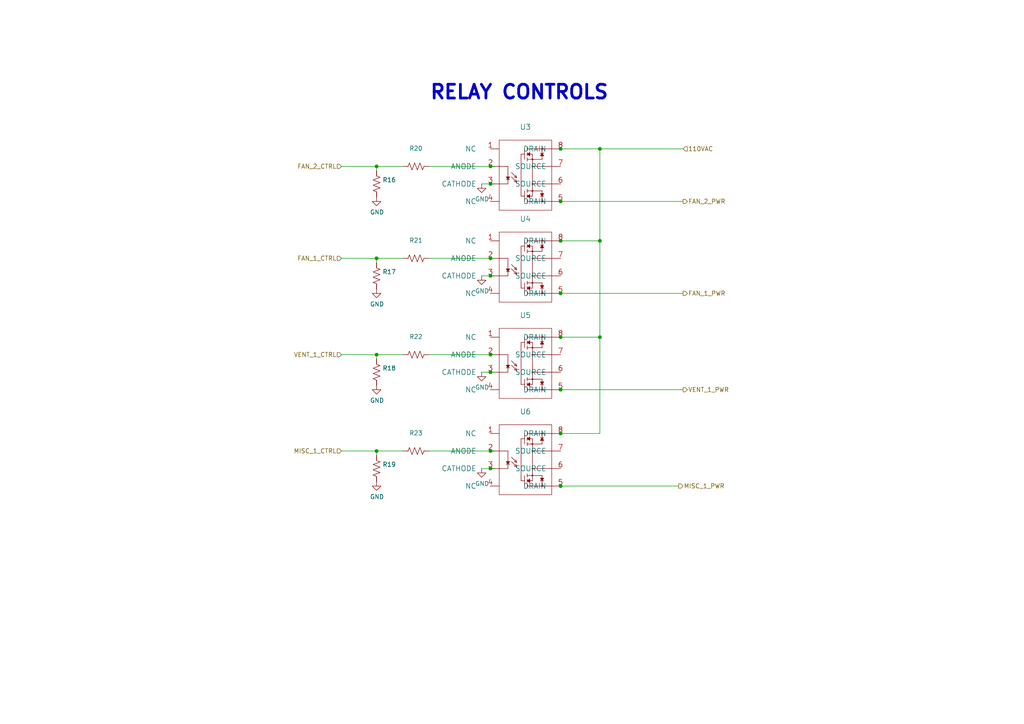
<source format=kicad_sch>
(kicad_sch (version 20211123) (generator eeschema)
  (paper "A4")
  (lib_symbols
    (symbol "Device:R_US" (pin_numbers hide) (pin_names (offset 0))
      (property "Reference" "R" (at 2.54 0 90))
      (property "Value" "R_US" (at -2.54 0 90))
      (symbol "R_US_0_1"
        (polyline (pts (xy 0 -2.286) (xy 0 -2.54)))
        (polyline (pts (xy 0 2.286) (xy 0 2.54)))
        (polyline (pts (xy 0 -0.762) (xy 1.016 -1.143) (xy 0 -1.524) (xy -1.016 -1.905) (xy 0 -2.286)))
        (polyline (pts (xy 0 0.762) (xy 1.016 0.381) (xy 0 0) (xy -1.016 -0.381) (xy 0 -0.762)))
        (polyline (pts (xy 0 2.286) (xy 1.016 1.905) (xy 0 1.524) (xy -1.016 1.143) (xy 0 0.762)))
      )
      (symbol "R_US_1_1"
        (pin passive line (at 0 3.81 270) (length 1.27) (name "~") (number "1"))
        (pin passive line (at 0 -3.81 90) (length 1.27) (name "~") (number "2"))
      )
    )
    (symbol "TLP3825:TLP3825TP1_F" (pin_names (offset 4.064))
      (property "Reference" "U" (at 0 0 0))
      (property "Value" "TLP3825TP1_F" (at 0 0 0))
      (symbol "TLP3825TP1_F_1_1"
        (polyline (pts (xy -2.54 -17.78) (xy 0 -17.78)))
        (polyline (pts (xy -2.54 -12.7) (xy 0 -12.7)))
        (polyline (pts (xy -2.54 -7.62) (xy 0 -7.62)))
        (polyline (pts (xy -2.54 -2.54) (xy 0 -2.54)))
        (polyline (pts (xy 0 -20.32) (xy 0 0)) (stroke (width 0.127)))
        (polyline (pts (xy 0 0) (xy 15.24 0)) (stroke (width 0.127)))
        (polyline (pts (xy 2.032 -11.43) (xy 3.048 -11.43)))
        (polyline (pts (xy 2.54 -12.7) (xy 0 -12.7)))
        (polyline (pts (xy 2.54 -11.43) (xy 2.54 -12.7)))
        (polyline (pts (xy 2.54 -10.668) (xy 2.54 -7.62)))
        (polyline (pts (xy 2.54 -7.62) (xy 0 -7.62)))
        (polyline (pts (xy 3.556 -10.668) (xy 5.08 -12.192)))
        (polyline (pts (xy 3.556 -9.398) (xy 5.08 -10.922)))
        (polyline (pts (xy 4.318 -11.938) (xy 5.08 -12.192)))
        (polyline (pts (xy 4.318 -10.668) (xy 5.08 -10.922)))
        (polyline (pts (xy 4.826 -11.43) (xy 5.08 -12.192)))
        (polyline (pts (xy 4.826 -10.16) (xy 5.08 -10.922)))
        (polyline (pts (xy 6.35 -4.064) (xy 6.35 -16.256)))
        (polyline (pts (xy 7.366 -16.256) (xy 6.35 -16.256)))
        (polyline (pts (xy 7.366 -14.732) (xy 7.366 -17.78)))
        (polyline (pts (xy 7.366 -4.064) (xy 6.35 -4.064)))
        (polyline (pts (xy 7.366 -2.54) (xy 7.366 -5.588)))
        (polyline (pts (xy 8.128 -17.78) (xy 15.24 -17.78)))
        (polyline (pts (xy 8.128 -17.272) (xy 8.128 -18.288)))
        (polyline (pts (xy 8.128 -15.748) (xy 8.128 -16.764)))
        (polyline (pts (xy 8.128 -14.732) (xy 12.446 -14.732)))
        (polyline (pts (xy 8.128 -14.224) (xy 8.128 -15.24)))
        (polyline (pts (xy 8.128 -5.588) (xy 12.446 -5.588)))
        (polyline (pts (xy 8.128 -5.08) (xy 8.128 -6.096)))
        (polyline (pts (xy 8.128 -3.556) (xy 8.128 -4.572)))
        (polyline (pts (xy 8.128 -2.54) (xy 15.24 -2.54)))
        (polyline (pts (xy 8.128 -2.032) (xy 8.128 -3.048)))
        (polyline (pts (xy 8.89 -16.256) (xy 9.652 -16.256)))
        (polyline (pts (xy 8.89 -4.064) (xy 9.652 -4.064)))
        (polyline (pts (xy 9.652 -12.7) (xy 15.24 -12.7)))
        (polyline (pts (xy 9.652 -7.62) (xy 15.24 -7.62)))
        (polyline (pts (xy 9.652 -4.064) (xy 9.652 -16.256)))
        (polyline (pts (xy 11.938 -16.256) (xy 12.954 -16.256)))
        (polyline (pts (xy 11.938 -3.81) (xy 12.954 -3.81)))
        (polyline (pts (xy 12.446 -14.732) (xy 12.446 -17.78)))
        (polyline (pts (xy 12.446 -5.588) (xy 12.446 -2.54)))
        (polyline (pts (xy 15.24 -20.32) (xy 0 -20.32)) (stroke (width 0.127)))
        (polyline (pts (xy 15.24 0) (xy 15.24 -20.32)) (stroke (width 0.127)))
        (polyline (pts (xy 17.78 -17.78) (xy 15.24 -17.78)))
        (polyline (pts (xy 17.78 -12.7) (xy 15.24 -12.7)))
        (polyline (pts (xy 17.78 -7.62) (xy 15.24 -7.62)))
        (polyline (pts (xy 17.78 -2.54) (xy 15.24 -2.54)))
        (polyline (pts (xy 2.54 -11.43) (xy 2.54 -11.43) (xy 2.032 -10.668) (xy 3.048 -10.668) (xy 2.54 -11.43) (xy 2.54 -11.43)) (fill (type outline)))
        (polyline (pts (xy 8.128 -16.256) (xy 8.128 -16.256) (xy 8.89 -16.764) (xy 8.89 -15.748) (xy 8.128 -16.256) (xy 8.128 -16.256)) (fill (type outline)))
        (polyline (pts (xy 8.128 -4.064) (xy 8.128 -4.064) (xy 8.89 -4.572) (xy 8.89 -3.556) (xy 8.128 -4.064) (xy 8.128 -4.064)) (fill (type outline)))
        (polyline (pts (xy 12.446 -16.256) (xy 12.446 -16.256) (xy 11.938 -15.494) (xy 12.954 -15.494) (xy 12.446 -16.256) (xy 12.446 -16.256)) (fill (type outline)))
        (polyline (pts (xy 12.446 -3.81) (xy 12.446 -3.81) (xy 11.938 -4.572) (xy 12.954 -4.572) (xy 12.446 -3.81) (xy 12.446 -3.81)) (fill (type outline)))
        (circle (center 9.652 -14.732) (radius 0.127) (stroke (width 0.254)))
        (circle (center 9.652 -12.7) (radius 0.127) (stroke (width 0.254)))
        (circle (center 9.652 -7.62) (radius 0.127) (stroke (width 0.254)))
        (circle (center 9.652 -5.588) (radius 0.127) (stroke (width 0.254)))
        (circle (center 12.446 -17.78) (radius 0.127) (stroke (width 0.254)))
        (circle (center 12.446 -2.54) (radius 0.127) (stroke (width 0.254)))
        (pin unspecified line (at -2.5146 -2.54 180) (length 0.0254) (name "NC") (number "1"))
        (pin unspecified line (at -2.5146 -7.62 180) (length 0.0254) (name "ANODE") (number "2"))
        (pin unspecified line (at -2.5146 -12.7 180) (length 0.0254) (name "CATHODE") (number "3"))
        (pin unspecified line (at -2.5146 -17.78 180) (length 0.0254) (name "NC") (number "4"))
        (pin unspecified line (at 17.8054 -17.78 180) (length 0.0254) (name "DRAIN") (number "5"))
        (pin unspecified line (at 17.8054 -12.7 180) (length 0.0254) (name "SOURCE") (number "6"))
        (pin unspecified line (at 17.8054 -7.62 180) (length 0.0254) (name "SOURCE") (number "7"))
        (pin unspecified line (at 17.8054 -2.54 180) (length 0.0254) (name "DRAIN") (number "8"))
      )
    )
    (symbol "power:GND" (power) (pin_names (offset 0))
      (property "Value" "GND" (at 0 -3.81 0))
      (symbol "GND_0_1"
        (polyline (pts (xy 0 0) (xy 0 -1.27) (xy 1.27 -1.27) (xy 0 -2.54) (xy -1.27 -1.27) (xy 0 -1.27)))
      )
      (symbol "GND_1_1"
        (pin power_in line (at 0 0 270) (length 0) hide (name "GND") (number "1"))
      )
    )
  )
  (junction (at 142.2654 107.95))
  (junction (at 162.5854 58.42))
  (junction (at 142.2654 135.89))
  (junction (at 162.5854 113.03))
  (junction (at 162.5854 69.85))
  (junction (at 162.5854 125.73))
  (junction (at 142.2654 102.87))
  (junction (at 142.2654 130.81))
  (junction (at 142.2654 53.34))
  (junction (at 109.22 102.87))
  (junction (at 109.22 74.93))
  (junction (at 109.22 130.81))
  (junction (at 173.99 69.85))
  (junction (at 173.99 97.79))
  (junction (at 162.5854 85.09))
  (junction (at 142.2654 80.01))
  (junction (at 162.5854 43.18))
  (junction (at 173.99 43.18))
  (junction (at 109.22 48.26))
  (junction (at 162.5854 97.79))
  (junction (at 142.2654 48.26))
  (junction (at 162.5854 140.97))
  (junction (at 142.2654 74.93))
  (wire (pts (xy 162.5854 69.85) (xy 173.99 69.85)))
  (wire (pts (xy 142.2654 53.34) (xy 143.51 53.34)))
  (wire (pts (xy 162.56 43.18) (xy 162.5854 43.18)))
  (wire (pts (xy 116.84 102.87) (xy 109.22 102.87)))
  (wire (pts (xy 162.56 140.97) (xy 162.5854 140.97)))
  (wire (pts (xy 109.22 104.14) (xy 109.22 102.87)))
  (wire (pts (xy 124.46 102.87) (xy 142.2654 102.87)))
  (wire (pts (xy 173.99 97.79) (xy 173.99 69.85)))
  (wire (pts (xy 142.2654 135.89) (xy 143.51 135.89)))
  (wire (pts (xy 162.56 69.85) (xy 162.5854 69.85)))
  (wire (pts (xy 124.46 130.81) (xy 142.2654 130.81)))
  (wire (pts (xy 173.99 43.18) (xy 198.12 43.18)))
  (wire (pts (xy 109.22 48.26) (xy 99.06 48.26)))
  (wire (pts (xy 162.5854 97.79) (xy 173.99 97.79)))
  (wire (pts (xy 109.22 76.2) (xy 109.22 74.93)))
  (wire (pts (xy 142.2654 102.87) (xy 143.51 102.87)))
  (wire (pts (xy 162.5854 58.42) (xy 198.12 58.42)))
  (wire (pts (xy 162.56 113.03) (xy 162.5854 113.03)))
  (wire (pts (xy 139.7 53.34) (xy 142.2654 53.34)))
  (wire (pts (xy 116.84 130.81) (xy 109.22 130.81)))
  (wire (pts (xy 162.56 58.42) (xy 162.5854 58.42)))
  (wire (pts (xy 109.22 102.87) (xy 99.06 102.87)))
  (wire (pts (xy 162.5854 43.18) (xy 173.99 43.18)))
  (wire (pts (xy 116.84 74.93) (xy 109.22 74.93)))
  (wire (pts (xy 109.22 130.81) (xy 99.06 130.81)))
  (wire (pts (xy 162.56 85.09) (xy 162.5854 85.09)))
  (wire (pts (xy 142.2654 107.95) (xy 143.51 107.95)))
  (wire (pts (xy 162.56 125.73) (xy 162.5854 125.73)))
  (wire (pts (xy 142.2654 74.93) (xy 143.51 74.93)))
  (wire (pts (xy 124.46 74.93) (xy 142.2654 74.93)))
  (wire (pts (xy 139.7 80.01) (xy 142.2654 80.01)))
  (wire (pts (xy 173.99 125.73) (xy 173.99 97.79)))
  (wire (pts (xy 142.2654 48.26) (xy 143.51 48.26)))
  (wire (pts (xy 142.2654 130.81) (xy 143.51 130.81)))
  (wire (pts (xy 162.5854 140.97) (xy 196.85 140.97)))
  (wire (pts (xy 124.46 48.26) (xy 142.2654 48.26)))
  (wire (pts (xy 139.7 135.89) (xy 142.2654 135.89)))
  (wire (pts (xy 162.5854 125.73) (xy 173.99 125.73)))
  (wire (pts (xy 109.22 49.53) (xy 109.22 48.26)))
  (wire (pts (xy 162.5854 113.03) (xy 198.12 113.03)))
  (wire (pts (xy 142.2654 80.01) (xy 143.51 80.01)))
  (wire (pts (xy 116.84 48.26) (xy 109.22 48.26)))
  (wire (pts (xy 162.5854 85.09) (xy 198.12 85.09)))
  (wire (pts (xy 109.22 74.93) (xy 99.06 74.93)))
  (wire (pts (xy 162.56 97.79) (xy 162.5854 97.79)))
  (wire (pts (xy 173.99 69.85) (xy 173.99 43.18)))
  (wire (pts (xy 109.22 132.08) (xy 109.22 130.81)))
  (wire (pts (xy 139.7 107.95) (xy 142.2654 107.95)))
  (text "RELAY CONTROLS" (at 124.46 29.21 0) (effects (font (size 3.9878 3.9878) (thickness 0.7976) bold) (justify left bottom)))
  (hierarchical_label "MISC_1_PWR" (shape output) (at 196.85 140.97 0))
  (hierarchical_label "FAN_2_PWR" (shape output) (at 198.12 58.42 0))
  (hierarchical_label "FAN_1_PWR" (shape output) (at 198.12 85.09 0))
  (hierarchical_label "VENT_1_CTRL" (shape input) (at 99.06 102.87 180))
  (hierarchical_label "MISC_1_CTRL" (shape input) (at 99.06 130.81 180))
  (hierarchical_label "110VAC" (shape input) (at 198.12 43.18 0))
  (hierarchical_label "FAN_1_CTRL" (shape input) (at 99.06 74.93 180))
  (hierarchical_label "FAN_2_CTRL" (shape input) (at 99.06 48.26 180))
  (hierarchical_label "VENT_1_PWR" (shape output) (at 198.12 113.03 0))
  (symbol (lib_id "Device:R_US") (at 120.65 74.93 270) (unit 1)
    (property "Reference" "R21" (at 120.65 69.723 90))
  )
  (symbol (lib_id "power:GND") (at 139.7 80.01 0) (unit 1)
    (property "Reference" "#PWR026" (effects hide))
    (property "Value" "GND" (at 139.827 84.4042 0))
  )
  (symbol (lib_id "Device:R_US") (at 109.22 80.01 0) (unit 1)
    (property "Reference" "R17" (at 110.9472 78.8416 0) (effects (justify left)))
  )
  (symbol (lib_id "power:GND") (at 109.22 83.82 0) (unit 1)
    (property "Reference" "#PWR022" (effects hide))
    (property "Value" "GND" (at 109.347 88.2142 0))
  )
  (symbol (lib_id "Device:R_US") (at 120.65 48.26 270) (unit 1)
    (property "Reference" "R20" (at 120.65 43.053 90))
  )
  (symbol (lib_id "power:GND") (at 139.7 53.34 0) (unit 1)
    (property "Reference" "#PWR025" (effects hide))
    (property "Value" "GND" (at 139.827 57.7342 0))
  )
  (symbol (lib_id "Device:R_US") (at 109.22 53.34 0) (unit 1)
    (property "Reference" "R16" (at 110.9472 52.1716 0) (effects (justify left)))
  )
  (symbol (lib_id "power:GND") (at 109.22 57.15 0) (unit 1)
    (property "Reference" "#PWR09" (effects hide))
    (property "Value" "GND" (at 109.347 61.5442 0))
  )
  (symbol (lib_id "Device:R_US") (at 120.65 102.87 270) (unit 1)
    (property "Reference" "R22" (at 120.65 97.663 90))
  )
  (symbol (lib_id "power:GND") (at 139.7 107.95 0) (unit 1)
    (property "Reference" "#PWR027" (effects hide))
    (property "Value" "GND" (at 139.827 112.3442 0))
  )
  (symbol (lib_id "Device:R_US") (at 109.22 107.95 0) (unit 1)
    (property "Reference" "R18" (at 110.9472 106.7816 0) (effects (justify left)))
  )
  (symbol (lib_id "power:GND") (at 109.22 111.76 0) (unit 1)
    (property "Reference" "#PWR023" (effects hide))
    (property "Value" "GND" (at 109.347 116.1542 0))
  )
  (symbol (lib_id "Device:R_US") (at 120.65 130.81 270) (unit 1)
    (property "Reference" "R23" (at 120.65 125.603 90))
  )
  (symbol (lib_id "power:GND") (at 139.7 135.89 0) (unit 1)
    (property "Reference" "#PWR028" (effects hide))
    (property "Value" "GND" (at 139.827 140.2842 0))
  )
  (symbol (lib_id "Device:R_US") (at 109.22 135.89 0) (unit 1)
    (property "Reference" "R19" (at 110.9472 134.7216 0) (effects (justify left)))
  )
  (symbol (lib_id "power:GND") (at 109.22 139.7 0) (unit 1)
    (property "Reference" "#PWR024" (effects hide))
    (property "Value" "GND" (at 109.347 144.0942 0))
  )
  (symbol (lib_id "TLP3825:TLP3825TP1_F") (at 144.78 67.31 0) (unit 1)
    (property "Reference" "U4" (at 152.4 63.5 0) (effects (font (size 1.524 1.524))))
    (property "Datasheet" "https://toshiba.semicon-storage.com/info/docget.jsp?did=57855&prodName=TLP3825" (effects hide))
  )
  (symbol (lib_id "TLP3825:TLP3825TP1_F") (at 144.78 40.64 0) (unit 1)
    (property "Reference" "U3" (at 152.4 36.83 0) (effects (font (size 1.524 1.524))))
    (property "Datasheet" "https://toshiba.semicon-storage.com/info/docget.jsp?did=57855&prodName=TLP3825" (effects hide))
  )
  (symbol (lib_id "TLP3825:TLP3825TP1_F") (at 144.78 123.19 0) (unit 1)
    (property "Reference" "U6" (at 152.4 119.38 0) (effects (font (size 1.524 1.524))))
    (property "Datasheet" "https://toshiba.semicon-storage.com/info/docget.jsp?did=57855&prodName=TLP3825" (effects hide))
  )
  (symbol (lib_id "TLP3825:TLP3825TP1_F") (at 144.78 95.25 0) (unit 1)
    (property "Reference" "U5" (at 152.4 91.44 0) (effects (font (size 1.524 1.524))))
    (property "Datasheet" "https://toshiba.semicon-storage.com/info/docget.jsp?did=57855&prodName=TLP3825" (effects hide))
  )
)
</source>
